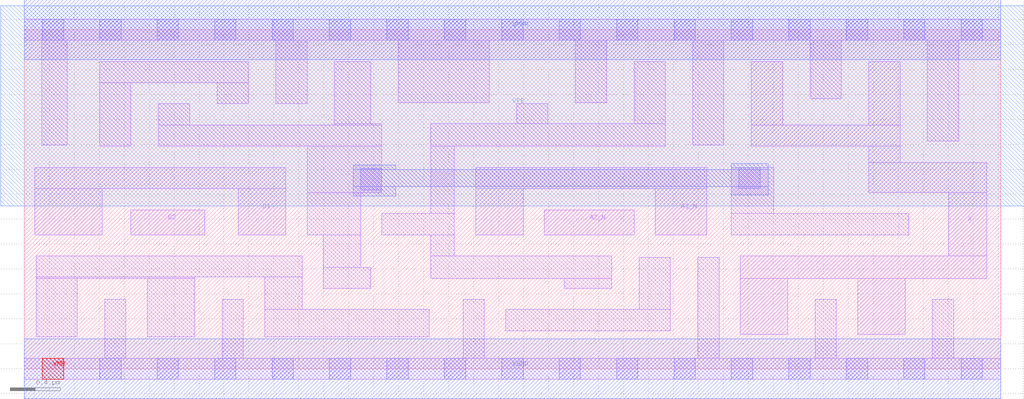
<source format=lef>
# Copyright 2020 The SkyWater PDK Authors
#
# Licensed under the Apache License, Version 2.0 (the "License");
# you may not use this file except in compliance with the License.
# You may obtain a copy of the License at
#
#     https://www.apache.org/licenses/LICENSE-2.0
#
# Unless required by applicable law or agreed to in writing, software
# distributed under the License is distributed on an "AS IS" BASIS,
# WITHOUT WARRANTIES OR CONDITIONS OF ANY KIND, either express or implied.
# See the License for the specific language governing permissions and
# limitations under the License.
#
# SPDX-License-Identifier: Apache-2.0

VERSION 5.7 ;
  NOWIREEXTENSIONATPIN ON ;
  DIVIDERCHAR "/" ;
  BUSBITCHARS "[]" ;
PROPERTYDEFINITIONS
  MACRO maskLayoutSubType STRING ;
  MACRO prCellType STRING ;
  MACRO originalViewName STRING ;
END PROPERTYDEFINITIONS
MACRO sky130_fd_sc_hdll__o2bb2a_4
  CLASS CORE ;
  FOREIGN sky130_fd_sc_hdll__o2bb2a_4 ;
  ORIGIN  0.000000  0.000000 ;
  SIZE  7.820000 BY  2.720000 ;
  SYMMETRY X Y R90 ;
  SITE unithd ;
  PIN A1_N
    ANTENNAGATEAREA  0.555000 ;
    DIRECTION INPUT ;
    USE SIGNAL ;
    PORT
      LAYER li1 ;
        RECT 3.615000 1.075000 3.995000 1.445000 ;
        RECT 3.615000 1.445000 5.465000 1.615000 ;
        RECT 5.055000 1.075000 5.465000 1.445000 ;
    END
  END A1_N
  PIN A2_N
    ANTENNAGATEAREA  0.555000 ;
    DIRECTION INPUT ;
    USE SIGNAL ;
    PORT
      LAYER li1 ;
        RECT 4.165000 1.075000 4.885000 1.275000 ;
    END
  END A2_N
  PIN B1
    ANTENNAGATEAREA  0.555000 ;
    DIRECTION INPUT ;
    USE SIGNAL ;
    PORT
      LAYER li1 ;
        RECT 0.085000 1.075000 0.625000 1.445000 ;
        RECT 0.085000 1.445000 2.095000 1.615000 ;
        RECT 1.715000 1.075000 2.095000 1.445000 ;
    END
  END B1
  PIN B2
    ANTENNAGATEAREA  0.555000 ;
    DIRECTION INPUT ;
    USE SIGNAL ;
    PORT
      LAYER li1 ;
        RECT 0.855000 1.075000 1.445000 1.275000 ;
    END
  END B2
  PIN VGND
    ANTENNADIFFAREA  1.137500 ;
    DIRECTION INOUT ;
    USE SIGNAL ;
    PORT
      LAYER met1 ;
        RECT 0.000000 -0.240000 7.820000 0.240000 ;
    END
  END VGND
  PIN VPWR
    ANTENNADIFFAREA  2.510000 ;
    DIRECTION INOUT ;
    USE SIGNAL ;
    PORT
      LAYER met1 ;
        RECT 0.000000 2.480000 7.820000 2.960000 ;
    END
  END VPWR
  PIN X
    ANTENNADIFFAREA  1.028500 ;
    DIRECTION OUTPUT ;
    USE SIGNAL ;
    PORT
      LAYER li1 ;
        RECT 5.735000 0.275000 6.115000 0.725000 ;
        RECT 5.735000 0.725000 7.710000 0.905000 ;
        RECT 5.825000 1.785000 7.015000 1.955000 ;
        RECT 5.825000 1.955000 6.075000 2.465000 ;
        RECT 6.675000 0.275000 7.055000 0.725000 ;
        RECT 6.765000 1.415000 7.710000 1.655000 ;
        RECT 6.765000 1.655000 7.015000 1.785000 ;
        RECT 6.765000 1.955000 7.015000 2.465000 ;
        RECT 7.405000 0.905000 7.710000 1.415000 ;
    END
  END X
  PIN VNB
    DIRECTION INOUT ;
    USE GROUND ;
    PORT
      LAYER pwell ;
        RECT 0.145000 -0.085000 0.315000 0.085000 ;
    END
  END VNB
  PIN VPB
    DIRECTION INOUT ;
    USE POWER ;
    PORT
      LAYER nwell ;
        RECT -0.190000 1.305000 8.010000 2.910000 ;
    END
  END VPB
  OBS
    LAYER li1 ;
      RECT 0.000000 -0.085000 7.820000 0.085000 ;
      RECT 0.000000  2.635000 7.820000 2.805000 ;
      RECT 0.095000  0.255000 0.425000 0.725000 ;
      RECT 0.095000  0.725000 1.365000 0.735000 ;
      RECT 0.095000  0.735000 2.225000 0.905000 ;
      RECT 0.140000  1.795000 0.345000 2.635000 ;
      RECT 0.605000  1.785000 0.855000 2.295000 ;
      RECT 0.605000  2.295000 1.795000 2.465000 ;
      RECT 0.645000  0.085000 0.815000 0.555000 ;
      RECT 0.985000  0.255000 1.365000 0.725000 ;
      RECT 1.075000  1.785000 2.865000 1.955000 ;
      RECT 1.075000  1.955000 1.325000 2.125000 ;
      RECT 1.545000  2.125000 1.795000 2.295000 ;
      RECT 1.585000  0.085000 1.755000 0.555000 ;
      RECT 1.925000  0.255000 3.245000 0.475000 ;
      RECT 1.925000  0.475000 2.225000 0.735000 ;
      RECT 2.015000  2.125000 2.265000 2.635000 ;
      RECT 2.265000  1.075000 2.695000 1.415000 ;
      RECT 2.265000  1.415000 2.865000 1.785000 ;
      RECT 2.395000  0.645000 2.775000 0.815000 ;
      RECT 2.395000  0.815000 2.695000 1.075000 ;
      RECT 2.485000  1.955000 2.865000 1.965000 ;
      RECT 2.485000  1.965000 2.775000 2.465000 ;
      RECT 2.865000  1.075000 3.445000 1.245000 ;
      RECT 2.995000  2.135000 3.725000 2.635000 ;
      RECT 3.255000  0.725000 4.705000 0.905000 ;
      RECT 3.255000  0.905000 3.445000 1.075000 ;
      RECT 3.255000  1.245000 3.445000 1.785000 ;
      RECT 3.255000  1.785000 5.135000 1.965000 ;
      RECT 3.515000  0.085000 3.685000 0.555000 ;
      RECT 3.855000  0.305000 5.175000 0.475000 ;
      RECT 3.945000  1.965000 4.195000 2.125000 ;
      RECT 4.325000  0.645000 4.705000 0.725000 ;
      RECT 4.415000  2.135000 4.665000 2.635000 ;
      RECT 4.885000  1.965000 5.135000 2.465000 ;
      RECT 4.925000  0.475000 5.175000 0.895000 ;
      RECT 5.355000  1.795000 5.605000 2.635000 ;
      RECT 5.395000  0.085000 5.565000 0.895000 ;
      RECT 5.665000  1.075000 7.085000 1.245000 ;
      RECT 5.665000  1.245000 6.005000 1.615000 ;
      RECT 6.295000  2.165000 6.545000 2.635000 ;
      RECT 6.335000  0.085000 6.505000 0.555000 ;
      RECT 7.235000  1.825000 7.485000 2.635000 ;
      RECT 7.275000  0.085000 7.445000 0.555000 ;
    LAYER mcon ;
      RECT 0.145000 -0.085000 0.315000 0.085000 ;
      RECT 0.145000  2.635000 0.315000 2.805000 ;
      RECT 0.605000 -0.085000 0.775000 0.085000 ;
      RECT 0.605000  2.635000 0.775000 2.805000 ;
      RECT 1.065000 -0.085000 1.235000 0.085000 ;
      RECT 1.065000  2.635000 1.235000 2.805000 ;
      RECT 1.525000 -0.085000 1.695000 0.085000 ;
      RECT 1.525000  2.635000 1.695000 2.805000 ;
      RECT 1.985000 -0.085000 2.155000 0.085000 ;
      RECT 1.985000  2.635000 2.155000 2.805000 ;
      RECT 2.445000 -0.085000 2.615000 0.085000 ;
      RECT 2.445000  2.635000 2.615000 2.805000 ;
      RECT 2.695000  1.435000 2.865000 1.605000 ;
      RECT 2.905000 -0.085000 3.075000 0.085000 ;
      RECT 2.905000  2.635000 3.075000 2.805000 ;
      RECT 3.365000 -0.085000 3.535000 0.085000 ;
      RECT 3.365000  2.635000 3.535000 2.805000 ;
      RECT 3.825000 -0.085000 3.995000 0.085000 ;
      RECT 3.825000  2.635000 3.995000 2.805000 ;
      RECT 4.285000 -0.085000 4.455000 0.085000 ;
      RECT 4.285000  2.635000 4.455000 2.805000 ;
      RECT 4.745000 -0.085000 4.915000 0.085000 ;
      RECT 4.745000  2.635000 4.915000 2.805000 ;
      RECT 5.205000 -0.085000 5.375000 0.085000 ;
      RECT 5.205000  2.635000 5.375000 2.805000 ;
      RECT 5.665000 -0.085000 5.835000 0.085000 ;
      RECT 5.665000  2.635000 5.835000 2.805000 ;
      RECT 5.725000  1.445000 5.895000 1.615000 ;
      RECT 6.125000 -0.085000 6.295000 0.085000 ;
      RECT 6.125000  2.635000 6.295000 2.805000 ;
      RECT 6.585000 -0.085000 6.755000 0.085000 ;
      RECT 6.585000  2.635000 6.755000 2.805000 ;
      RECT 7.045000 -0.085000 7.215000 0.085000 ;
      RECT 7.045000  2.635000 7.215000 2.805000 ;
      RECT 7.505000 -0.085000 7.675000 0.085000 ;
      RECT 7.505000  2.635000 7.675000 2.805000 ;
    LAYER met1 ;
      RECT 2.635000 1.385000 2.975000 1.460000 ;
      RECT 2.635000 1.460000 5.960000 1.600000 ;
      RECT 2.635000 1.600000 2.975000 1.635000 ;
      RECT 5.665000 1.395000 5.960000 1.460000 ;
      RECT 5.665000 1.600000 5.960000 1.645000 ;
  END
  PROPERTY maskLayoutSubType "abstract" ;
  PROPERTY prCellType "standard" ;
  PROPERTY originalViewName "layout" ;
END sky130_fd_sc_hdll__o2bb2a_4
END LIBRARY

</source>
